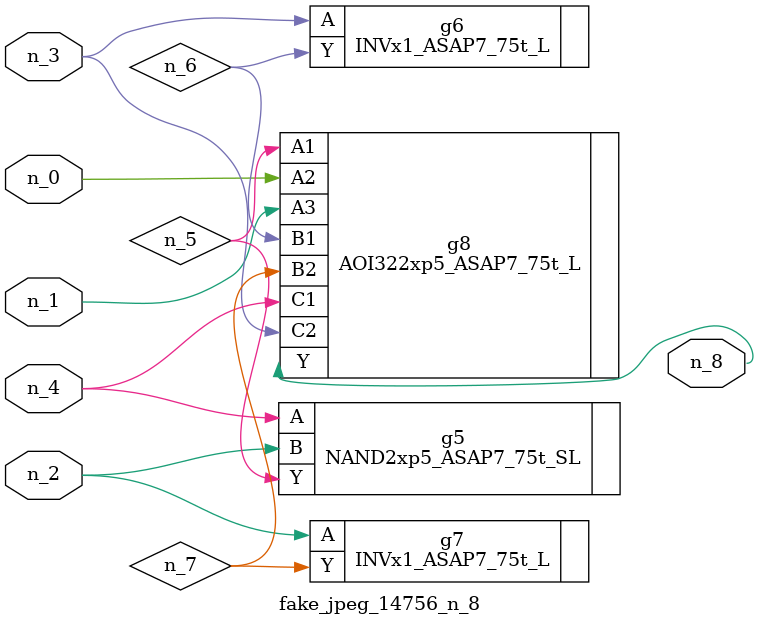
<source format=v>
module fake_jpeg_14756_n_8 (n_3, n_2, n_1, n_0, n_4, n_8);

input n_3;
input n_2;
input n_1;
input n_0;
input n_4;

output n_8;

wire n_6;
wire n_5;
wire n_7;

NAND2xp5_ASAP7_75t_SL g5 ( 
.A(n_4),
.B(n_2),
.Y(n_5)
);

INVx1_ASAP7_75t_L g6 ( 
.A(n_3),
.Y(n_6)
);

INVx1_ASAP7_75t_L g7 ( 
.A(n_2),
.Y(n_7)
);

AOI322xp5_ASAP7_75t_L g8 ( 
.A1(n_5),
.A2(n_0),
.A3(n_1),
.B1(n_6),
.B2(n_7),
.C1(n_4),
.C2(n_3),
.Y(n_8)
);


endmodule
</source>
